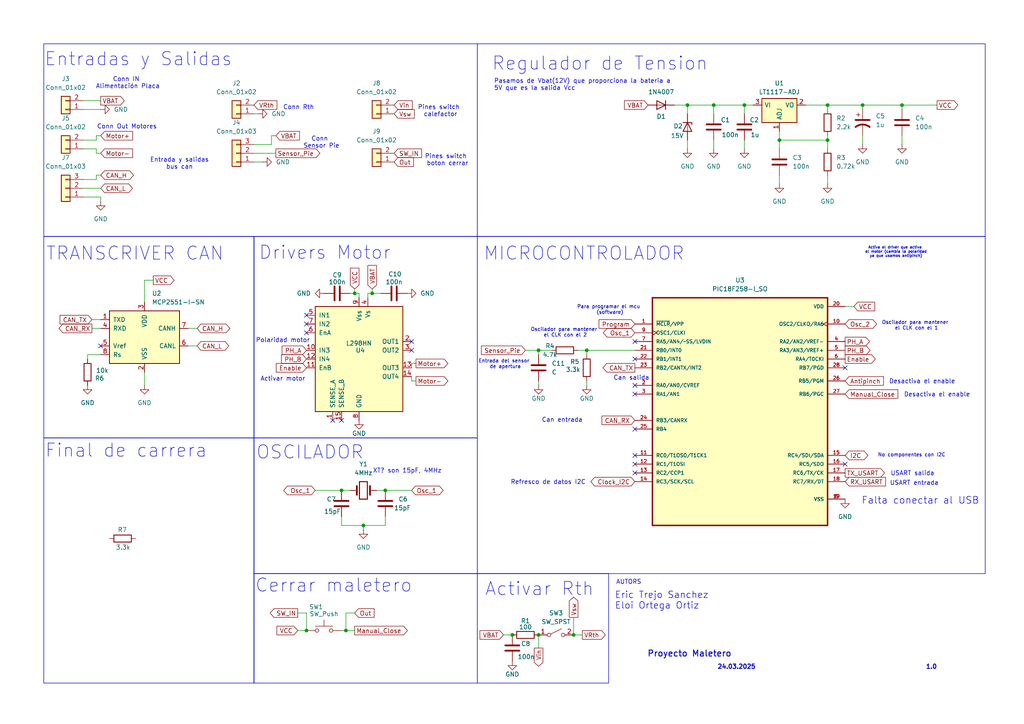
<source format=kicad_sch>
(kicad_sch (version 20250114) (generator "eeschema") (generator_version "9.0")
  (paper "A4")
  (lib_symbols
    (symbol "Connector_Generic:Conn_01x02" (pin_names (offset 1.016) (hide yes))
      (property "Reference" "J" (at 0 2.54 0))
      (property "Value" "Conn_01x02" (at 0 -5.08 0))
      (symbol "Conn_01x02_1_1"
        (rectangle (start -1.27 1.27) (end 1.27 -3.81) (stroke (width 0.254)) (fill (type background)))
        (rectangle (start -1.27 0.127) (end 0 -0.127) (stroke (width 0.1524)))
        (rectangle (start -1.27 -2.413) (end 0 -2.667) (stroke (width 0.1524)))
        (pin passive line (at -5.08 0 0) (length 3.81) (name "Pin_1") (number "1"))
        (pin passive line (at -5.08 -2.54 0) (length 3.81) (name "Pin_2") (number "2"))
      )
    )
    (symbol "Connector_Generic:Conn_01x03" (pin_names (offset 1.016) (hide yes))
      (property "Reference" "J" (at 0 5.08 0))
      (property "Value" "Conn_01x03" (at 0 -5.08 0))
      (symbol "Conn_01x03_1_1"
        (rectangle (start -1.27 3.81) (end 1.27 -3.81) (stroke (width 0.254)) (fill (type background)))
        (rectangle (start -1.27 2.667) (end 0 2.413) (stroke (width 0.1524)))
        (rectangle (start -1.27 0.127) (end 0 -0.127) (stroke (width 0.1524)))
        (rectangle (start -1.27 -2.413) (end 0 -2.667) (stroke (width 0.1524)))
        (pin passive line (at -5.08 2.54 0) (length 3.81) (name "Pin_1") (number "1"))
        (pin passive line (at -5.08 0 0) (length 3.81) (name "Pin_2") (number "2"))
        (pin passive line (at -5.08 -2.54 0) (length 3.81) (name "Pin_3") (number "3"))
      )
    )
    (symbol "Device:C" (pin_numbers (hide yes)) (pin_names (offset 0.254))
      (property "Reference" "C" (at 0.635 2.54 0))
      (property "Value" "C" (at 0.635 -2.54 0))
      (symbol "C_0_1"
        (polyline (pts (xy -2.032 0.762) (xy 2.032 0.762)) (stroke (width 0.508)))
        (polyline (pts (xy -2.032 -0.762) (xy 2.032 -0.762)) (stroke (width 0.508)))
      )
      (symbol "C_1_1"
        (pin passive line (at 0 3.81 270) (length 2.794) (name "~") (number "1"))
        (pin passive line (at 0 -3.81 90) (length 2.794) (name "~") (number "2"))
      )
    )
    (symbol "Device:C_Polarized_US" (pin_numbers (hide yes)) (pin_names (offset 0.254) (hide yes))
      (property "Reference" "C" (at 0.635 2.54 0))
      (property "Value" "C_Polarized_US" (at 0.635 -2.54 0))
      (symbol "C_Polarized_US_0_1"
        (polyline (pts (xy -2.032 0.762) (xy 2.032 0.762)) (stroke (width 0.508)))
        (polyline (pts (xy -1.778 2.286) (xy -0.762 2.286)))
        (polyline (pts (xy -1.27 1.778) (xy -1.27 2.794)))
        (arc (start -2.032 -1.27) (mid 0 -0.5572) (end 2.032 -1.27) (stroke (width 0.508)))
      )
      (symbol "C_Polarized_US_1_1"
        (pin passive line (at 0 3.81 270) (length 2.794) (name "~") (number "1"))
        (pin passive line (at 0 -3.81 90) (length 3.302) (name "~") (number "2"))
      )
    )
    (symbol "Device:Crystal" (pin_numbers (hide yes)) (pin_names (offset 1.016) (hide yes))
      (property "Reference" "Y" (at 0 3.81 0))
      (property "Value" "Crystal" (at 0 -3.81 0))
      (symbol "Crystal_0_1"
        (polyline (pts (xy -2.54 0) (xy -1.905 0)))
        (polyline (pts (xy -1.905 -1.27) (xy -1.905 1.27)) (stroke (width 0.508)))
        (rectangle (start -1.143 2.54) (end 1.143 -2.54) (stroke (width 0.3048)))
        (polyline (pts (xy 1.905 -1.27) (xy 1.905 1.27)) (stroke (width 0.508)))
        (polyline (pts (xy 2.54 0) (xy 1.905 0)))
      )
      (symbol "Crystal_1_1"
        (pin passive line (at -3.81 0 0) (length 1.27) (name "1") (number "1"))
        (pin passive line (at 3.81 0 180) (length 1.27) (name "2") (number "2"))
      )
    )
    (symbol "Device:D" (pin_numbers (hide yes)) (pin_names (offset 1.016) (hide yes))
      (property "Reference" "D" (at 0 2.54 0))
      (property "Value" "D" (at 0 -2.54 0))
      (symbol "D_0_1"
        (polyline (pts (xy -1.27 1.27) (xy -1.27 -1.27)) (stroke (width 0.254)))
        (polyline (pts (xy 1.27 1.27) (xy 1.27 -1.27) (xy -1.27 0) (xy 1.27 1.27)) (stroke (width 0.254)))
        (polyline (pts (xy 1.27 0) (xy -1.27 0)))
      )
      (symbol "D_1_1"
        (pin passive line (at -3.81 0 0) (length 2.54) (name "K") (number "1"))
        (pin passive line (at 3.81 0 180) (length 2.54) (name "A") (number "2"))
      )
    )
    (symbol "Device:D_Zener" (pin_numbers (hide yes)) (pin_names (offset 1.016) (hide yes))
      (property "Reference" "D" (at 0 2.54 0))
      (property "Value" "D_Zener" (at 0 -2.54 0))
      (symbol "D_Zener_0_1"
        (polyline (pts (xy -1.27 -1.27) (xy -1.27 1.27) (xy -0.762 1.27)) (stroke (width 0.254)))
        (polyline (pts (xy 1.27 0) (xy -1.27 0)))
        (polyline (pts (xy 1.27 -1.27) (xy 1.27 1.27) (xy -1.27 0) (xy 1.27 -1.27)) (stroke (width 0.254)))
      )
      (symbol "D_Zener_1_1"
        (pin passive line (at -3.81 0 0) (length 2.54) (name "K") (number "1"))
        (pin passive line (at 3.81 0 180) (length 2.54) (name "A") (number "2"))
      )
    )
    (symbol "Device:R" (pin_numbers (hide yes)) (pin_names (offset 0))
      (property "Reference" "R" (at 2.032 0 90))
      (property "Value" "R" (at 0 0 90))
      (symbol "R_0_1"
        (rectangle (start -1.016 -2.54) (end 1.016 2.54) (stroke (width 0.254)))
      )
      (symbol "R_1_1"
        (pin passive line (at 0 3.81 270) (length 1.27) (name "~") (number "1"))
        (pin passive line (at 0 -3.81 90) (length 1.27) (name "~") (number "2"))
      )
    )
    (symbol "Driver_Motor:L298HN" (pin_names (offset 1.016))
      (property "Reference" "U" (at -10.16 16.51 0))
      (property "Value" "L298HN" (at 12.7 16.51 0))
      (symbol "L298HN_0_1"
        (rectangle (start -12.7 15.24) (end 12.7 -15.24) (stroke (width 0.254)) (fill (type background)))
      )
      (symbol "L298HN_1_1"
        (pin input line (at -15.24 12.7 0) (length 2.54) (name "IN1") (number "5"))
        (pin input line (at -15.24 10.16 0) (length 2.54) (name "IN2") (number "7"))
        (pin input line (at -15.24 7.62 0) (length 2.54) (name "EnA") (number "6"))
        (pin input line (at -15.24 2.54 0) (length 2.54) (name "IN3") (number "10"))
        (pin input line (at -15.24 0 0) (length 2.54) (name "IN4") (number "12"))
        (pin input line (at -15.24 -2.54 0) (length 2.54) (name "EnB") (number "11"))
        (pin power_in line (at -7.62 -17.78 90) (length 2.54) (name "SENSE_A") (number "1"))
        (pin power_in line (at -5.08 -17.78 90) (length 2.54) (name "SENSE_B") (number "15"))
        (pin power_in line (at 0 17.78 270) (length 2.54) (name "Vss") (number "9"))
        (pin power_in line (at 0 -17.78 90) (length 2.54) (name "GND") (number "8"))
        (pin power_in line (at 2.54 17.78 270) (length 2.54) (name "Vs") (number "4"))
        (pin output line (at 15.24 5.08 180) (length 2.54) (name "OUT1") (number "2"))
        (pin output line (at 15.24 2.54 180) (length 2.54) (name "OUT2") (number "3"))
        (pin output line (at 15.24 -2.54 180) (length 2.54) (name "OUT3") (number "13"))
        (pin output line (at 15.24 -5.08 180) (length 2.54) (name "OUT4") (number "14"))
      )
    )
    (symbol "Interface_CAN_LIN:MCP2551-I-SN" (pin_names (offset 1.016))
      (property "Reference" "U" (at -10.16 8.89 0))
      (property "Value" "MCP2551-I-SN" (at 2.54 8.89 0))
      (symbol "MCP2551-I-SN_0_1"
        (rectangle (start -10.16 7.62) (end 10.16 -7.62) (stroke (width 0.254)) (fill (type background)))
      )
      (symbol "MCP2551-I-SN_1_1"
        (pin input line (at -12.7 5.08 0) (length 2.54) (name "TXD") (number "1"))
        (pin output line (at -12.7 2.54 0) (length 2.54) (name "RXD") (number "4"))
        (pin power_out line (at -12.7 -2.54 0) (length 2.54) (name "Vref") (number "5"))
        (pin input line (at -12.7 -5.08 0) (length 2.54) (name "Rs") (number "8"))
        (pin power_in line (at 0 10.16 270) (length 2.54) (name "VDD") (number "3"))
        (pin power_in line (at 0 -10.16 90) (length 2.54) (name "VSS") (number "2"))
        (pin bidirectional line (at 12.7 2.54 180) (length 2.54) (name "CANH") (number "7"))
        (pin bidirectional line (at 12.7 -2.54 180) (length 2.54) (name "CANL") (number "6"))
      )
    )
    (symbol "PIC18F258-I_SO:PIC18F258-I_SO" (pin_names (offset 1.016))
      (property "Reference" "U" (at -25.4 34.02 0))
      (property "Value" "PIC18F258-I_SO" (at -25.4 -37.02 0))
      (symbol "PIC18F258-I_SO_0_0"
        (rectangle (start -25.4 -33.02) (end 25.4 33.02) (stroke (width 0.41)) (fill (type background)))
        (pin input line (at -30.48 25.4 0) (length 5.08) (name "~{MCLR}/VPP") (number "1"))
        (pin input clock (at -30.48 22.86 0) (length 5.08) (name "OSC1/CLKI") (number "9"))
        (pin input line (at -30.48 20.32 0) (length 5.08) (name "RA5/AN4/~SS/LVDIN") (number "7"))
        (pin input line (at -30.48 17.78 0) (length 5.08) (name "RB0/INT0") (number "21"))
        (pin input line (at -30.48 15.24 0) (length 5.08) (name "RB1/INT1") (number "22"))
        (pin input line (at -30.48 12.7 0) (length 5.08) (name "RB2/CANTX/INT2") (number "23"))
        (pin bidirectional line (at -30.48 7.62 0) (length 5.08) (name "RA0/AN0/CVREF") (number "2"))
        (pin bidirectional line (at -30.48 5.08 0) (length 5.08) (name "RA1/AN1") (number "3"))
        (pin bidirectional line (at -30.48 -2.54 0) (length 5.08) (name "RB3/CANRX") (number "24"))
        (pin bidirectional line (at -30.48 -5.08 0) (length 5.08) (name "RB4") (number "25"))
        (pin bidirectional line (at -30.48 -12.7 0) (length 5.08) (name "RC0/T1OSO/T1CK1") (number "11"))
        (pin bidirectional line (at -30.48 -15.24 0) (length 5.08) (name "RC1/T1OSI") (number "12"))
        (pin bidirectional line (at -30.48 -17.78 0) (length 5.08) (name "RC2/CCP1") (number "13"))
        (pin bidirectional line (at -30.48 -20.32 0) (length 5.08) (name "RC3/SCK/SCL") (number "14"))
        (pin power_in line (at 30.48 30.48 180) (length 5.08) (name "VDD") (number "20"))
        (pin output clock (at 30.48 25.4 180) (length 5.08) (name "OSC2/CLKO/RA6") (number "10"))
        (pin bidirectional line (at 30.48 20.32 180) (length 5.08) (name "RA2/AN2/VREF-") (number "4"))
        (pin bidirectional line (at 30.48 17.78 180) (length 5.08) (name "RA3/AN3/VREF+") (number "5"))
        (pin bidirectional line (at 30.48 15.24 180) (length 5.08) (name "RA4/T0CKI") (number "6"))
        (pin bidirectional line (at 30.48 12.7 180) (length 5.08) (name "RB7/PGD") (number "28"))
        (pin bidirectional line (at 30.48 8.89 180) (length 5.08) (name "RB5/PGM") (number "26"))
        (pin bidirectional line (at 30.48 5.08 180) (length 5.08) (name "RB6/PGC") (number "27"))
        (pin bidirectional line (at 30.48 -12.7 180) (length 5.08) (name "RC4/SDI/SDA") (number "15"))
        (pin bidirectional line (at 30.48 -15.24 180) (length 5.08) (name "RC5/SDO") (number "16"))
        (pin bidirectional line (at 30.48 -17.78 180) (length 5.08) (name "RC6/TX/CK") (number "17"))
        (pin bidirectional line (at 30.48 -20.32 180) (length 5.08) (name "RC7/RX/DT") (number "18"))
        (pin power_in line (at 30.48 -25.4 180) (length 5.08) (name "VSS") (number "19"))
        (pin power_in line (at 30.48 -25.4 180) (length 5.08) (name "VSS") (number "8"))
      )
    )
    (symbol "Regulator_Linear:LT1117-ADJ" (pin_names (offset 0.762))
      (property "Reference" "U" (at -3.81 3.175 0))
      (property "Value" "LT1117-ADJ" (at 0 3.175 0))
      (symbol "LT1117-ADJ_0_1"
        (rectangle (start -5.08 -5.08) (end 5.08 1.905) (stroke (width 0.254)) (fill (type background)))
      )
      (symbol "LT1117-ADJ_1_1"
        (pin power_in line (at -7.62 0 0) (length 2.54) (name "VI") (number "3"))
        (pin input line (at 0 -7.62 90) (length 2.54) (name "ADJ") (number "1"))
        (pin power_out line (at 7.62 0 180) (length 2.54) (name "VO") (number "2"))
      )
    )
    (symbol "Switch:SW_Push" (pin_numbers (hide yes)) (pin_names (offset 1.016) (hide yes))
      (property "Reference" "SW" (at 1.27 2.54 0))
      (property "Value" "SW_Push" (at 0 -1.524 0))
      (symbol "SW_Push_0_1"
        (circle (center -2.032 0) (radius 0.508))
        (polyline (pts (xy 0 1.27) (xy 0 3.048)))
        (circle (center 2.032 0) (radius 0.508))
        (polyline (pts (xy 2.54 1.27) (xy -2.54 1.27)))
        (pin passive line (at -5.08 0 0) (length 2.54) (name "1") (number "1"))
        (pin passive line (at 5.08 0 180) (length 2.54) (name "2") (number "2"))
      )
    )
    (symbol "Switch:SW_SPST" (pin_names (offset 0) (hide yes))
      (property "Reference" "SW" (at 0 3.175 0))
      (property "Value" "SW_SPST" (at 0 -2.54 0))
      (symbol "SW_SPST_0_0"
        (circle (center -2.032 0) (radius 0.508))
        (polyline (pts (xy -1.524 0.254) (xy 1.524 1.778)))
        (circle (center 2.032 0) (radius 0.508))
      )
      (symbol "SW_SPST_1_1"
        (pin passive line (at -5.08 0 0) (length 2.54) (name "A") (number "1"))
        (pin passive line (at 5.08 0 180) (length 2.54) (name "B") (number "2"))
      )
    )
    (symbol "power:GND" (power) (pin_numbers (hide yes)) (pin_names (offset 0) (hide yes))
      (property "Value" "GND" (at 0 -3.81 0))
      (symbol "GND_0_1"
        (polyline (pts (xy 0 0) (xy 0 -1.27) (xy 1.27 -1.27) (xy 0 -2.54) (xy -1.27 -1.27) (xy 0 -1.27)))
      )
      (symbol "GND_1_1"
        (pin power_in line (at 0 0 270) (length 0) (name "~") (number "1"))
      )
    )
  )
  (rectangle (start 73.66 127) (end 138.43 166.37))
  (rectangle (start 138.43 166.37) (end 176.53 198.12))
  (rectangle (start 138.43 68.58) (end 285.75 166.37))
  (rectangle (start 12.7 68.58) (end 73.66 127))
  (rectangle (start 12.7 127) (end 73.66 198.12))
  (rectangle (start 73.66 166.37) (end 138.43 198.12))
  (rectangle (start 138.43 12.7) (end 285.75 68.58))
  (rectangle (start 12.7 12.7) (end 138.43 68.58))
  (rectangle (start 73.66 68.58) (end 138.43 127))
  (text "Pines switch \ncalefactor" (at 127.762 32.258 0) (effects (font (size 1.27 1.27))))
  (text "Desactiva el enable" (at 271.78 114.554 0) (effects (font (size 1.27 1.27))))
  (text "Activar Rth" (at 156.464 170.942 0) (effects (font (size 3.81 3.81))))
  (text "Activar motor" (at 82.042 109.982 0) (effects (font (size 1.27 1.27))))
  (text "Cerrar maletero" (at 96.774 169.926 0) (effects (font (size 3.81 3.81))))
  (text "USART salida" (at 264.668 137.414 0) (effects (font (size 1.27 1.27))))
  (text "Refresco de datos I2C" (at 159.004 139.954 0) (effects (font (size 1.27 1.27))))
  (text "Conn Rth" (at 86.614 31.242 0) (effects (font (size 1.27 1.27))))
  (text "Para programar el mcu\n (software)" (at 176.53 89.916 0) (effects (font (size 1.016 1.016))))
  (text "USART entrada" (at 265.176 140.208 0) (effects (font (size 1.27 1.27))))
  (text "Eric Trejo Sanchez\nEloi Ortega Ortiz" (at 178.308 174.244 0) (effects (font (size 1.905 1.905)) (justify left)))
  (text "Regulador de Tension" (at 173.99 18.542 0) (effects (font (size 3.81 3.81))))
  (text "Pasamos de Vbat(12V) que proporciona la bateria a \n5V que es la salida Vcc" (at 143.256 24.638 0) (effects (font (size 1.27 1.27)) (justify left)))
  (text "Entradas y Salidas" (at 40.132 17.272 0) (effects (font (size 3.81 3.81))))
  (text "Desactiva el enable" (at 267.462 110.744 0) (effects (font (size 1.27 1.27))))
  (text "1.0\n" (at 268.478 193.548 0) (effects (font (size 1.27 1.27) (thickness 0.254) (bold yes)) (justify left)))
  (text "MICROCONTROLADOR" (at 169.418 73.66 0) (effects (font (size 3.81 3.81))))
  (text "TRANSCRIVER CAN" (at 39.116 73.66 0) (effects (font (size 3.81 3.81))))
  (text "XT? son 15pF, 4MHz\n" (at 118.11 136.652 0) (effects (font (size 1.27 1.27))))
  (text "Oscilador para mantener\n el CLK con el 1" (at 265.43 94.488 0) (effects (font (size 1.016 1.016))))
  (text "Entrada del sensor \nde apertura" (at 146.558 105.664 0) (effects (font (size 1.016 1.016))))
  (text "Can salida\n" (at 183.134 109.728 0) (effects (font (size 1.27 1.27))))
  (text "Conn Out Motores\n" (at 36.83 36.83 0) (effects (font (size 1.27 1.27))))
  (text "OSCILADOR" (at 89.916 131.318 0) (effects (font (size 3.81 3.81))))
  (text "Proyecto Maletero" (at 187.706 189.738 0) (effects (font (size 1.778 1.778) (thickness 0.254) (bold yes)) (justify left)))
  (text "Can entrada" (at 163.068 121.92 0) (effects (font (size 1.27 1.27))))
  (text "AUTORS" (at 182.372 168.91 0) (effects (font (size 1.27 1.27))))
  (text "24.03.2025" (at 208.026 193.548 0) (effects (font (size 1.27 1.27) (thickness 0.254) (bold yes)) (justify left)))
  (text "Final de carrera\n" (at 36.576 130.81 0) (effects (font (size 3.81 3.81))))
  (text "Oscilador para mantener\n el CLK con el 2" (at 163.576 96.52 0) (effects (font (size 1.016 1.016))))
  (text "Falta conectar al USB\n" (at 266.954 145.288 0) (effects (font (size 2.0066 2.0066))))
  (text "Polaridad motor" (at 82.042 98.806 0) (effects (font (size 1.27 1.27))))
  (text "Conn IN \nAlimentación Placa" (at 37.084 24.13 0) (effects (font (size 1.27 1.27))))
  (text "Drivers Motor" (at 94.234 73.406 0) (effects (font (size 3.81 3.81))))
  (text "No componentes con I2C" (at 264.414 132.08 0) (effects (font (size 1.016 1.016))))
  (text "Entrada y salidas\nbus can" (at 52.07 47.498 0) (effects (font (size 1.27 1.27))))
  (text "Pines switch \nboton cerrar" (at 129.794 46.482 0) (effects (font (size 1.27 1.27))))
  (text "Conn \nSensor Pie\n\n" (at 93.218 42.418 0) (effects (font (size 1.27 1.27))))
  (text "Activa el driver que activa\n el motor (cambia la polaridad\n ya que usamos antipinch)\n" (at 259.588 73.152 0) (effects (font (size 0.762 0.762))))
  (junction (at 215.9 30.48))
  (junction (at 100.33 182.88))
  (junction (at 148.59 184.15))
  (junction (at 88.9 182.88))
  (junction (at 170.18 101.6))
  (junction (at 207.01 30.48))
  (junction (at 226.06 40.64))
  (junction (at 250.19 30.48))
  (junction (at 105.41 152.4))
  (junction (at 261.62 30.48))
  (junction (at 199.39 30.48))
  (junction (at 166.37 184.15))
  (junction (at 102.87 85.09))
  (junction (at 156.21 184.15))
  (junction (at 111.76 142.24))
  (junction (at 156.21 101.6))
  (junction (at 240.03 40.64))
  (junction (at 240.03 30.48))
  (junction (at 107.95 85.09))
  (junction (at 99.06 142.24))
  (no_connect (at 184.15 124.46))
  (no_connect (at 119.38 99.06))
  (no_connect (at 119.38 101.6))
  (no_connect (at 29.21 100.33))
  (no_connect (at 184.15 111.76))
  (no_connect (at 184.15 104.14))
  (no_connect (at 96.52 121.92))
  (no_connect (at 88.9 91.44))
  (no_connect (at 88.9 96.52))
  (no_connect (at 88.9 93.98))
  (no_connect (at 245.11 134.62))
  (no_connect (at 184.15 134.62))
  (no_connect (at 184.15 114.3))
  (no_connect (at 99.06 121.92))
  (no_connect (at 184.15 132.08))
  (no_connect (at 184.15 99.06))
  (no_connect (at 245.11 106.68))
  (no_connect (at 184.15 137.16))
  (wire (pts (xy 166.37 184.15) (xy 166.37 179.07)))
  (wire (pts (xy 199.39 30.48) (xy 207.01 30.48)))
  (wire (pts (xy 215.9 40.64) (xy 215.9 43.18)))
  (wire (pts (xy 78.74 41.91) (xy 73.66 41.91)))
  (wire (pts (xy 226.06 40.64) (xy 226.06 43.18)))
  (wire (pts (xy 102.87 85.09) (xy 104.14 85.09)))
  (wire (pts (xy 166.37 184.15) (xy 168.91 184.15)))
  (wire (pts (xy 119.38 105.41) (xy 120.65 105.41)))
  (wire (pts (xy 207.01 40.64) (xy 207.01 43.18)))
  (wire (pts (xy 250.19 30.48) (xy 261.62 30.48)))
  (wire (pts (xy 233.68 30.48) (xy 240.03 30.48)))
  (wire (pts (xy 261.62 30.48) (xy 271.78 30.48)))
  (wire (pts (xy 54.61 100.33) (xy 57.15 100.33)))
  (wire (pts (xy 78.74 39.37) (xy 80.01 39.37)))
  (wire (pts (xy 119.38 110.49) (xy 120.65 110.49)))
  (wire (pts (xy 29.21 57.15) (xy 29.21 58.42)))
  (wire (pts (xy 156.21 111.76) (xy 156.21 110.49)))
  (wire (pts (xy 25.4 102.87) (xy 29.21 102.87)))
  (wire (pts (xy 26.67 92.71) (xy 29.21 92.71)))
  (wire (pts (xy 119.38 109.22) (xy 119.38 110.49)))
  (wire (pts (xy 100.33 182.88) (xy 102.87 182.88)))
  (wire (pts (xy 101.6 85.09) (xy 102.87 85.09)))
  (wire (pts (xy 25.4 104.14) (xy 25.4 102.87)))
  (wire (pts (xy 156.21 101.6) (xy 156.21 102.87)))
  (wire (pts (xy 250.19 30.48) (xy 250.19 31.75)))
  (wire (pts (xy 250.19 39.37) (xy 250.19 41.91)))
  (wire (pts (xy 226.06 50.8) (xy 226.06 53.34)))
  (wire (pts (xy 207.01 30.48) (xy 207.01 33.02)))
  (wire (pts (xy 24.13 43.18) (xy 27.94 43.18)))
  (wire (pts (xy 199.39 30.48) (xy 199.39 33.02)))
  (wire (pts (xy 152.4 101.6) (xy 156.21 101.6)))
  (wire (pts (xy 27.94 44.45) (xy 29.21 44.45)))
  (wire (pts (xy 26.67 95.25) (xy 29.21 95.25)))
  (wire (pts (xy 106.68 85.09) (xy 106.68 86.36)))
  (wire (pts (xy 102.87 177.8) (xy 100.33 177.8)))
  (wire (pts (xy 74.93 33.02) (xy 73.66 33.02)))
  (wire (pts (xy 88.9 182.88) (xy 86.36 182.88)))
  (wire (pts (xy 91.44 142.24) (xy 99.06 142.24)))
  (wire (pts (xy 24.13 52.07) (xy 27.94 52.07)))
  (wire (pts (xy 24.13 29.21) (xy 29.21 29.21)))
  (wire (pts (xy 156.21 187.96) (xy 156.21 184.15)))
  (wire (pts (xy 99.06 152.4) (xy 99.06 149.86)))
  (wire (pts (xy 240.03 39.37) (xy 240.03 40.64)))
  (wire (pts (xy 170.18 101.6) (xy 184.15 101.6)))
  (wire (pts (xy 107.95 85.09) (xy 110.49 85.09)))
  (wire (pts (xy 170.18 110.49) (xy 170.18 111.76)))
  (wire (pts (xy 215.9 30.48) (xy 218.44 30.48)))
  (wire (pts (xy 170.18 101.6) (xy 167.64 101.6)))
  (wire (pts (xy 105.41 152.4) (xy 105.41 153.67)))
  (wire (pts (xy 27.94 50.8) (xy 29.21 50.8)))
  (wire (pts (xy 156.21 101.6) (xy 160.02 101.6)))
  (wire (pts (xy 261.62 39.37) (xy 261.62 41.91)))
  (wire (pts (xy 104.14 85.09) (xy 104.14 86.36)))
  (wire (pts (xy 207.01 30.48) (xy 215.9 30.48)))
  (wire (pts (xy 109.22 142.24) (xy 111.76 142.24)))
  (wire (pts (xy 27.94 52.07) (xy 27.94 50.8)))
  (wire (pts (xy 102.87 83.82) (xy 102.87 85.09)))
  (wire (pts (xy 99.06 182.88) (xy 100.33 182.88)))
  (wire (pts (xy 41.91 81.28) (xy 41.91 87.63)))
  (wire (pts (xy 240.03 50.8) (xy 240.03 53.34)))
  (wire (pts (xy 226.06 40.64) (xy 240.03 40.64)))
  (wire (pts (xy 78.74 39.37) (xy 78.74 41.91)))
  (wire (pts (xy 73.66 44.45) (xy 80.01 44.45)))
  (wire (pts (xy 195.58 30.48) (xy 199.39 30.48)))
  (wire (pts (xy 24.13 40.64) (xy 27.94 40.64)))
  (wire (pts (xy 100.33 177.8) (xy 100.33 182.88)))
  (wire (pts (xy 111.76 149.86) (xy 111.76 152.4)))
  (wire (pts (xy 54.61 95.25) (xy 57.15 95.25)))
  (wire (pts (xy 247.65 88.9) (xy 245.11 88.9)))
  (wire (pts (xy 240.03 40.64) (xy 240.03 43.18)))
  (wire (pts (xy 24.13 31.75) (xy 29.21 31.75)))
  (wire (pts (xy 44.45 81.28) (xy 41.91 81.28)))
  (wire (pts (xy 99.06 152.4) (xy 105.41 152.4)))
  (wire (pts (xy 24.13 54.61) (xy 29.21 54.61)))
  (wire (pts (xy 88.9 177.8) (xy 86.36 177.8)))
  (wire (pts (xy 73.66 46.99) (xy 76.2 46.99)))
  (wire (pts (xy 215.9 30.48) (xy 215.9 33.02)))
  (wire (pts (xy 119.38 106.68) (xy 119.38 105.41)))
  (wire (pts (xy 27.94 39.37) (xy 29.21 39.37)))
  (wire (pts (xy 41.91 111.76) (xy 41.91 107.95)))
  (wire (pts (xy 27.94 40.64) (xy 27.94 39.37)))
  (wire (pts (xy 240.03 30.48) (xy 240.03 31.75)))
  (wire (pts (xy 170.18 101.6) (xy 170.18 102.87)))
  (wire (pts (xy 24.13 57.15) (xy 29.21 57.15)))
  (wire (pts (xy 107.95 83.82) (xy 107.95 85.09)))
  (wire (pts (xy 240.03 30.48) (xy 250.19 30.48)))
  (wire (pts (xy 261.62 30.48) (xy 261.62 31.75)))
  (wire (pts (xy 106.68 85.09) (xy 107.95 85.09)))
  (wire (pts (xy 88.9 182.88) (xy 88.9 177.8)))
  (wire (pts (xy 105.41 152.4) (xy 111.76 152.4)))
  (wire (pts (xy 99.06 142.24) (xy 101.6 142.24)))
  (wire (pts (xy 146.05 184.15) (xy 148.59 184.15)))
  (wire (pts (xy 199.39 40.64) (xy 199.39 43.18)))
  (wire (pts (xy 27.94 43.18) (xy 27.94 44.45)))
  (wire (pts (xy 226.06 38.1) (xy 226.06 40.64)))
  (wire (pts (xy 111.76 142.24) (xy 119.38 142.24)))
  (global_label "SW_IN" (shape input) (at 114.3 44.45 0) (property "Intersheetrefs" "${INTERSHEET_REFS}" (effects (hide yes))))
  (global_label "CAN_RX" (shape input) (at 184.15 121.92 180) (property "Intersheetrefs" "${INTERSHEET_REFS}" (effects (hide yes))))
  (global_label "VRth" (shape input) (at 73.66 30.48 0) (property "Intersheetrefs" "${INTERSHEET_REFS}" (effects (hide yes))))
  (global_label "VBAT" (shape input) (at 107.95 83.82 90) (property "Intersheetrefs" "${INTERSHEET_REFS}" (effects (hide yes))))
  (global_label "VCC" (shape input) (at 247.65 88.9 0) (property "Intersheetrefs" "${INTERSHEET_REFS}" (effects (hide yes))))
  (global_label "Motor+" (shape input) (at 29.21 39.37 0) (property "Intersheetrefs" "${INTERSHEET_REFS}" (effects (hide yes))))
  (global_label "Osc_1" (shape bidirectional) (at 119.38 142.24 0) (property "Intersheetrefs" "${INTERSHEET_REFS}" (effects (hide yes))))
  (global_label "Motor+" (shape output) (at 120.65 105.41 0) (property "Intersheetrefs" "${INTERSHEET_REFS}" (effects (hide yes))))
  (global_label "RX_USART" (shape input) (at 245.11 139.7 0) (property "Intersheetrefs" "${INTERSHEET_REFS}" (effects (hide yes))))
  (global_label "VBAT" (shape input) (at 187.96 30.48 180) (property "Intersheetrefs" "${INTERSHEET_REFS}" (effects (hide yes))))
  (global_label "VCC" (shape input) (at 102.87 83.82 90) (property "Intersheetrefs" "${INTERSHEET_REFS}" (effects (hide yes))))
  (global_label "Enable" (shape output) (at 245.11 104.14 0) (property "Intersheetrefs" "${INTERSHEET_REFS}" (effects (hide yes))))
  (global_label "Enable" (shape input) (at 88.9 106.68 180) (property "Intersheetrefs" "${INTERSHEET_REFS}" (effects (hide yes))))
  (global_label "Vin" (shape output) (at 156.21 187.96 270) (property "Intersheetrefs" "${INTERSHEET_REFS}" (effects (hide yes))))
  (global_label "Osc_1" (shape bidirectional) (at 91.44 142.24 180) (property "Intersheetrefs" "${INTERSHEET_REFS}" (effects (hide yes))))
  (global_label "Sensor_Pie" (shape output) (at 80.01 44.45 0) (property "Intersheetrefs" "${INTERSHEET_REFS}" (effects (hide yes))))
  (global_label "Out" (shape input) (at 102.87 177.8 0) (property "Intersheetrefs" "${INTERSHEET_REFS}" (effects (hide yes))))
  (global_label "Manual_Close" (shape input) (at 245.11 114.3 0) (property "Intersheetrefs" "${INTERSHEET_REFS}" (effects (hide yes))))
  (global_label "VBAT" (shape input) (at 80.01 39.37 0) (property "Intersheetrefs" "${INTERSHEET_REFS}" (effects (hide yes))))
  (global_label "CAN_TX" (shape input) (at 26.67 92.71 180) (property "Intersheetrefs" "${INTERSHEET_REFS}" (effects (hide yes))))
  (global_label "CAN_TX" (shape output) (at 184.15 106.68 180) (property "Intersheetrefs" "${INTERSHEET_REFS}" (effects (hide yes))))
  (global_label "VBAT" (shape input) (at 146.05 184.15 180) (property "Intersheetrefs" "${INTERSHEET_REFS}" (effects (hide yes))))
  (global_label "Osc_1" (shape bidirectional) (at 184.15 96.52 180) (property "Intersheetrefs" "${INTERSHEET_REFS}" (effects (hide yes))))
  (global_label "VBAT" (shape output) (at 29.21 29.21 0) (property "Intersheetrefs" "${INTERSHEET_REFS}" (effects (hide yes))))
  (global_label "Out" (shape input) (at 114.3 46.99 0) (property "Intersheetrefs" "${INTERSHEET_REFS}" (effects (hide yes))))
  (global_label "PH_B" (shape input) (at 88.9 104.14 180) (property "Intersheetrefs" "${INTERSHEET_REFS}" (effects (hide yes))))
  (global_label "Vsw" (shape input) (at 114.3 33.02 0) (property "Intersheetrefs" "${INTERSHEET_REFS}" (effects (hide yes))))
  (global_label "Antipinch" (shape input) (at 245.11 110.49 0) (property "Intersheetrefs" "${INTERSHEET_REFS}" (effects (hide yes))))
  (global_label "VCC" (shape output) (at 44.45 81.28 0) (property "Intersheetrefs" "${INTERSHEET_REFS}" (effects (hide yes))))
  (global_label "Vin" (shape input) (at 114.3 30.48 0) (property "Intersheetrefs" "${INTERSHEET_REFS}" (effects (hide yes))))
  (global_label "VCC" (shape output) (at 271.78 30.48 0) (property "Intersheetrefs" "${INTERSHEET_REFS}" (effects (hide yes))))
  (global_label "PH_A" (shape input) (at 88.9 101.6 180) (property "Intersheetrefs" "${INTERSHEET_REFS}" (effects (hide yes))))
  (global_label "PH_B" (shape output) (at 245.11 101.6 0) (property "Intersheetrefs" "${INTERSHEET_REFS}" (effects (hide yes))))
  (global_label "PH_A" (shape output) (at 245.11 99.06 0) (property "Intersheetrefs" "${INTERSHEET_REFS}" (effects (hide yes))))
  (global_label "TX_USART" (shape output) (at 245.11 137.16 0) (property "Intersheetrefs" "${INTERSHEET_REFS}" (effects (hide yes))))
  (global_label "Motor-" (shape output) (at 120.65 110.49 0) (property "Intersheetrefs" "${INTERSHEET_REFS}" (effects (hide yes))))
  (global_label "SW_IN" (shape output) (at 86.36 177.8 180) (property "Intersheetrefs" "${INTERSHEET_REFS}" (effects (hide yes))))
  (global_label "CAN_L" (shape bidirectional) (at 57.15 100.33 0) (property "Intersheetrefs" "${INTERSHEET_REFS}" (effects (hide yes))))
  (global_label "CAN_H" (shape bidirectional) (at 57.15 95.25 0) (property "Intersheetrefs" "${INTERSHEET_REFS}" (effects (hide yes))))
  (global_label "Program" (shape input) (at 184.15 93.98 180) (property "Intersheetrefs" "${INTERSHEET_REFS}" (effects (hide yes))))
  (global_label "CAN_L" (shape bidirectional) (at 29.21 54.61 0) (property "Intersheetrefs" "${INTERSHEET_REFS}" (effects (hide yes))))
  (global_label "VRth" (shape output) (at 168.91 184.15 0) (property "Intersheetrefs" "${INTERSHEET_REFS}" (effects (hide yes))))
  (global_label "VCC" (shape input) (at 86.36 182.88 180) (property "Intersheetrefs" "${INTERSHEET_REFS}" (effects (hide yes))))
  (global_label "Osc_2" (shape bidirectional) (at 245.11 93.98 0) (property "Intersheetrefs" "${INTERSHEET_REFS}" (effects (hide yes))))
  (global_label "Vsw" (shape output) (at 166.37 179.07 90) (property "Intersheetrefs" "${INTERSHEET_REFS}" (effects (hide yes))))
  (global_label "CAN_RX" (shape output) (at 26.67 95.25 180) (property "Intersheetrefs" "${INTERSHEET_REFS}" (effects (hide yes))))
  (global_label "Clock_I2C" (shape bidirectional) (at 184.15 139.7 180) (property "Intersheetrefs" "${INTERSHEET_REFS}" (effects (hide yes))))
  (global_label "Manual_Close" (shape output) (at 102.87 182.88 0) (property "Intersheetrefs" "${INTERSHEET_REFS}" (effects (hide yes))))
  (global_label "CAN_H" (shape bidirectional) (at 29.21 50.8 0) (property "Intersheetrefs" "${INTERSHEET_REFS}" (effects (hide yes))))
  (global_label "Sensor_Pie" (shape input) (at 152.4 101.6 180) (property "Intersheetrefs" "${INTERSHEET_REFS}" (effects (hide yes))))
  (global_label "I2C" (shape bidirectional) (at 245.11 132.08 0) (property "Intersheetrefs" "${INTERSHEET_REFS}" (effects (hide yes))))
  (global_label "Motor-" (shape input) (at 29.21 44.45 0) (property "Intersheetrefs" "${INTERSHEET_REFS}" (effects (hide yes))))
  (symbol (lib_id "Connector_Generic:Conn_01x03") (at 68.58 44.45 180) (unit 1)
    (property "Reference" "J4" (at 68.58 35.56 0))
    (property "Value" "Conn_01x03" (at 68.58 38.1 0))
    (property "Description" "Generic connector, single row, 01x03, script generated (kicad-library-utils/schlib/autogen/connector/)" (effects (hide yes)))
  )
  (symbol (lib_id "power:GND") (at 29.21 31.75 90) (unit 1)
    (property "Reference" "#PWR01" (effects (hide yes)))
    (property "Value" "GND" (at 33.02 31.7499 90) (effects (justify right)))
    (property "Description" "Power symbol creates a global label with name \"GND\" , ground" (effects (hide yes)))
  )
  (symbol (lib_id "power:GND") (at 245.11 144.78 0) (unit 1)
    (property "Reference" "#PWR015" (effects (hide yes)))
    (property "Value" "GND" (at 245.11 149.86 0))
    (property "Description" "Power symbol creates a global label with name \"GND\" , ground" (effects (hide yes)))
  )
  (symbol (lib_id "Interface_CAN_LIN:MCP2551-I-SN") (at 41.91 97.79 0) (unit 1)
    (property "Reference" "U2" (at 44.0533 85.09 0) (effects (justify left)))
    (property "Value" "MCP2551-I-SN" (at 44.0533 87.63 0) (effects (justify left)))
    (property "Footprint" "Package_SO:SOIC-8_3.9x4.9mm_P1.27mm" (effects (hide yes)))
    (property "Datasheet" "http://ww1.microchip.com/downloads/en/devicedoc/21667d.pdf" (effects (hide yes)))
    (property "Description" "High-Speed CAN Transceiver, 1Mbps, 5V supply, SOIC-8" (effects (hide yes)))
  )
  (symbol (lib_id "power:GND") (at 226.06 53.34 0) (unit 1)
    (property "Reference" "#PWR010" (effects (hide yes)))
    (property "Value" "GND" (at 226.06 58.42 0))
    (property "Description" "Power symbol creates a global label with name \"GND\" , ground" (effects (hide yes)))
  )
  (symbol (lib_id "Connector_Generic:Conn_01x02") (at 109.22 33.02 180) (unit 1)
    (property "Reference" "J8" (at 109.22 24.13 0))
    (property "Value" "Conn_01x02" (at 109.22 26.67 0))
    (property "Description" "Generic connector, single row, 01x02, script generated (kicad-library-utils/schlib/autogen/connector/)" (effects (hide yes)))
  )
  (symbol (lib_id "Regulator_Linear:LT1117-ADJ") (at 226.06 30.48 0) (unit 1)
    (property "Reference" "U1" (at 226.06 24.13 0))
    (property "Value" "LT1117-ADJ" (at 226.06 26.67 0))
    (property "Datasheet" "https://www.analog.com/media/en/technical-documentation/data-sheets/1117fd.pdf" (effects (hide yes)))
    (property "Description" "800mA Low-Dropout Linear Regulator, adjustable output, SOT-223/TO-263" (effects (hide yes)))
  )
  (symbol (lib_id "Connector_Generic:Conn_01x02") (at 19.05 43.18 180) (unit 1)
    (property "Reference" "J5" (at 19.05 34.29 0))
    (property "Value" "Conn_01x02" (at 19.05 36.83 0))
    (property "Footprint" "TerminalBlock_Phoenix:TerminalBlock_Phoenix_MKDS-1,5-2-5.08_1x02_P5.08mm_Horizontal" (effects (hide yes)))
    (property "Description" "Generic connector, single row, 01x02, script generated (kicad-library-utils/schlib/autogen/connector/)" (effects (hide yes)))
  )
  (symbol (lib_id "Device:Crystal") (at 105.41 142.24 0) (unit 1)
    (property "Reference" "Y1" (at 105.41 134.62 0))
    (property "Value" "4MHz" (at 105.41 137.16 0))
    (property "Description" "Two pin crystal" (effects (hide yes)))
  )
  (symbol (lib_id "power:GND") (at 105.41 153.67 0) (unit 1)
    (property "Reference" "#PWR05" (effects (hide yes)))
    (property "Value" "GND" (at 105.41 158.75 0))
    (property "Description" "Power symbol creates a global label with name \"GND\" , ground" (effects (hide yes)))
  )
  (symbol (lib_id "Connector_Generic:Conn_01x02") (at 19.05 31.75 180) (unit 1)
    (property "Reference" "J3" (at 19.05 22.86 0))
    (property "Value" "Conn_01x02" (at 19.05 25.4 0))
    (property "Footprint" "TerminalBlock_Phoenix:TerminalBlock_Phoenix_MKDS-1,5-2-5.08_1x02_P5.08mm_Horizontal" (effects (hide yes)))
    (property "Description" "Generic connector, single row, 01x02, script generated (kicad-library-utils/schlib/autogen/connector/)" (effects (hide yes)))
  )
  (symbol (lib_id "Device:C") (at 111.76 146.05 0) (unit 1)
    (property "Reference" "C6" (at 115.57 144.7799 0) (effects (justify left)))
    (property "Value" "15pF" (at 114.3 147.32 0) (effects (justify left)))
    (property "Description" "Unpolarized capacitor" (effects (hide yes)))
  )
  (symbol (lib_id "power:GND") (at 156.21 111.76 0) (unit 1)
    (property "Reference" "#PWR019" (effects (hide yes)))
    (property "Value" "GND" (at 156.21 115.57 0))
    (property "Description" "Power symbol creates a global label with name \"GND\" , ground" (effects (hide yes)))
  )
  (symbol (lib_id "Device:C_Polarized_US") (at 250.19 35.56 0) (unit 1)
    (property "Reference" "C5" (at 254 33.6549 0) (effects (justify left)))
    (property "Value" "1u" (at 254 36.1949 0) (effects (justify left)))
    (property "Description" "Polarized capacitor, US symbol" (effects (hide yes)))
  )
  (symbol (lib_id "Device:R") (at 240.03 35.56 0) (unit 1)
    (property "Reference" "R2" (at 242.57 34.2899 0) (effects (justify left)))
    (property "Value" "2.2k" (at 242.57 36.8299 0) (effects (justify left)))
    (property "Description" "Resistor" (effects (hide yes)))
  )
  (symbol (lib_id "Device:R") (at 35.56 156.21 90) (unit 1)
    (property "Reference" "R7" (at 36.83 153.67 90) (effects (justify left)))
    (property "Value" "3.3k" (at 37.846 158.75 90) (effects (justify left)))
    (property "Description" "Resistor" (effects (hide yes)))
  )
  (symbol (lib_id "Device:C") (at 99.06 146.05 0) (unit 1)
    (property "Reference" "C7" (at 94.742 144.78 0) (effects (justify left)))
    (property "Value" "15pF" (at 93.98 148.336 0) (effects (justify left)))
    (property "Description" "Unpolarized capacitor" (effects (hide yes)))
  )
  (symbol (lib_id "power:GND") (at 29.21 58.42 0) (unit 1)
    (property "Reference" "#PWR04" (effects (hide yes)))
    (property "Value" "GND" (at 29.21 63.5 0))
    (property "Description" "Power symbol creates a global label with name \"GND\" , ground" (effects (hide yes)))
  )
  (symbol (lib_id "power:GND") (at 199.39 43.18 0) (unit 1)
    (property "Reference" "#PWR07" (effects (hide yes)))
    (property "Value" "GND" (at 199.39 48.26 0))
    (property "Description" "Power symbol creates a global label with name \"GND\" , ground" (effects (hide yes)))
  )
  (symbol (lib_id "power:GND") (at 261.62 41.91 0) (unit 1)
    (property "Reference" "#PWR013" (effects (hide yes)))
    (property "Value" "GND" (at 261.62 46.99 0))
    (property "Description" "Power symbol creates a global label with name \"GND\" , ground" (effects (hide yes)))
  )
  (symbol (lib_id "Device:D") (at 191.77 30.48 180) (unit 1)
    (property "Reference" "D1" (at 191.77 33.782 0))
    (property "Value" "1N4007" (at 191.77 26.67 0))
    (property "Description" "Diode" (effects (hide yes)))
    (property "Sim.Device" "D" (effects (hide yes)))
    (property "Sim.Pins" "1=K 2=A" (effects (hide yes)))
  )
  (symbol (lib_id "power:GND") (at 207.01 43.18 0) (unit 1)
    (property "Reference" "#PWR08" (effects (hide yes)))
    (property "Value" "GND" (at 207.01 48.26 0))
    (property "Description" "Power symbol creates a global label with name \"GND\" , ground" (effects (hide yes)))
  )
  (symbol (lib_id "Connector_Generic:Conn_01x02") (at 109.22 46.99 180) (unit 1)
    (property "Reference" "J9" (at 109.22 38.1 0))
    (property "Value" "Conn_01x02" (at 109.22 40.64 0))
    (property "Description" "Generic connector, single row, 01x02, script generated (kicad-library-utils/schlib/autogen/connector/)" (effects (hide yes)))
  )
  (symbol (lib_id "Connector_Generic:Conn_01x02") (at 68.58 33.02 180) (unit 1)
    (property "Reference" "J2" (at 68.58 24.13 0))
    (property "Value" "Conn_01x02" (at 68.58 26.67 0))
    (property "Description" "Generic connector, single row, 01x02, script generated (kicad-library-utils/schlib/autogen/connector/)" (effects (hide yes)))
  )
  (symbol (lib_id "Switch:SW_Push") (at 93.98 182.88 0) (unit 1) (exclude_from_sim yes)
    (property "Reference" "SW1" (at 91.694 176.022 0))
    (property "Value" "SW_Push" (at 93.98 178.054 0))
    (property "Description" "Push button switch, generic, two pins" (effects (hide yes)))
  )
  (symbol (lib_id "power:GND") (at 76.2 46.99 90) (unit 1)
    (property "Reference" "#PWR02" (effects (hide yes)))
    (property "Value" "GND" (at 80.01 46.9899 90) (effects (justify right)))
    (property "Description" "Power symbol creates a global label with name \"GND\" , ground" (effects (hide yes)))
  )
  (symbol (lib_id "power:GND") (at 148.59 191.77 0) (unit 1)
    (property "Reference" "#PWR016" (effects (hide yes)))
    (property "Value" "GND" (at 148.59 195.58 0))
    (property "Description" "Power symbol creates a global label with name \"GND\" , ground" (effects (hide yes)))
  )
  (symbol (lib_id "Connector_Generic:Conn_01x03") (at 19.05 54.61 180) (unit 1)
    (property "Reference" "J7" (at 19.05 45.72 0))
    (property "Value" "Conn_01x03" (at 19.05 48.26 0))
    (property "Description" "Generic connector, single row, 01x03, script generated (kicad-library-utils/schlib/autogen/connector/)" (effects (hide yes)))
  )
  (symbol (lib_id "Device:D_Zener") (at 199.39 36.83 270) (unit 1)
    (property "Reference" "D2" (at 195.326 36.576 90) (effects (justify left)))
    (property "Value" "15V" (at 194.564 39.37 90) (effects (justify left)))
    (property "Description" "Zener diode" (effects (hide yes)))
  )
  (symbol (lib_id "Device:C") (at 215.9 36.83 0) (unit 1)
    (property "Reference" "C2" (at 217.424 34.798 0) (effects (justify left)))
    (property "Value" "1u" (at 217.678 39.116 0) (effects (justify left)))
    (property "Description" "Unpolarized capacitor" (effects (hide yes)))
  )
  (symbol (lib_id "Driver_Motor:L298HN") (at 104.14 104.14 0) (unit 1)
    (property "Reference" "U4" (at 103.124 101.6 0) (effects (justify left)))
    (property "Value" "L298HN" (at 100.33 99.568 0) (effects (justify left)))
    (property "Footprint" "Package_TO_SOT_THT:TO-220-15_P2.54x2.54mm_StaggerOdd_Lead5.84mm_TabDown" (effects (hide yes)))
    (property "Datasheet" "http://www.st.com/st-web-ui/static/active/en/resource/technical/document/datasheet/CD00000240.pdf" (effects (hide yes)))
    (property "Description" "Dual full bridge motor driver, up to 46V, 4A, Multiwatt15-H" (effects (hide yes)))
  )
  (symbol (lib_id "power:GND") (at 118.11 85.09 90) (unit 1)
    (property "Reference" "#PWR017" (effects (hide yes)))
    (property "Value" "GND" (at 121.92 85.0899 90) (effects (justify right)))
    (property "Description" "Power symbol creates a global label with name \"GND\" , ground" (effects (hide yes)))
  )
  (symbol (lib_id "power:GND") (at 25.4 111.76 0) (unit 1)
    (property "Reference" "#PWR022" (effects (hide yes)))
    (property "Value" "GND" (at 25.4 116.84 0))
    (property "Description" "Power symbol creates a global label with name \"GND\" , ground" (effects (hide yes)))
  )
  (symbol (lib_id "power:GND") (at 93.98 85.09 270) (unit 1)
    (property "Reference" "#PWR018" (effects (hide yes)))
    (property "Value" "GND" (at 90.17 85.0899 90) (effects (justify right)))
    (property "Description" "Power symbol creates a global label with name \"GND\" , ground" (effects (hide yes)))
  )
  (symbol (lib_id "Device:R") (at 170.18 106.68 0) (unit 1)
    (property "Reference" "R5" (at 165.354 104.902 0) (effects (justify left)))
    (property "Value" "3.3k" (at 164.084 107.188 0) (effects (justify left)))
    (property "Description" "Resistor" (effects (hide yes)))
  )
  (symbol (lib_id "power:GND") (at 74.93 33.02 90) (unit 1)
    (property "Reference" "#PWR06" (effects (hide yes)))
    (property "Value" "GND" (at 78.74 33.0199 90) (effects (justify right)))
    (property "Description" "Power symbol creates a global label with name \"GND\" , ground" (effects (hide yes)))
  )
  (symbol (lib_id "Device:C") (at 114.3 85.09 90) (unit 1)
    (property "Reference" "C10" (at 114.554 79.502 90))
    (property "Value" "100n" (at 114.3 81.788 90))
    (property "Description" "Unpolarized capacitor" (effects (hide yes)))
  )
  (symbol (lib_id "power:GND") (at 170.18 111.76 0) (unit 1)
    (property "Reference" "#PWR020" (effects (hide yes)))
    (property "Value" "GND" (at 170.18 115.57 0))
    (property "Description" "Power symbol creates a global label with name \"GND\" , ground" (effects (hide yes)))
  )
  (symbol (lib_id "Device:C") (at 261.62 35.56 0) (unit 1)
    (property "Reference" "C4" (at 265.43 34.2899 0) (effects (justify left)))
    (property "Value" "100n" (at 265.43 36.8299 0) (effects (justify left)))
    (property "Description" "Unpolarized capacitor" (effects (hide yes)))
  )
  (symbol (lib_id "Device:C") (at 156.21 106.68 0) (unit 1)
    (property "Reference" "C11" (at 160.02 105.4099 0) (effects (justify left)))
    (property "Value" "C" (at 160.02 107.9499 0) (effects (justify left)))
    (property "Description" "Unpolarized capacitor" (effects (hide yes)))
  )
  (symbol (lib_id "PIC18F258-I_SO:PIC18F258-I_SO") (at 214.63 119.38 0) (unit 1)
    (property "Reference" "U3" (at 214.63 81.28 0))
    (property "Value" "PIC18F258-I_SO" (at 214.63 83.82 0))
    (property "Footprint" "PIC18F258-I_SO:SOIC127P1030X265-28N" (effects (hide yes)))
    (property "MF" "Microchip" (effects (hide yes)))
    (property "Description_1" "Microcontroller, 32 KB Flash, 1536 RAM, 256 EEPROM, 25 I/O, SOIC-28 | Microchip Technology Inc. PIC18F258-I/SO" (effects (hide yes)))
    (property "Package" "SOIC-28 Microchip" (effects (hide yes)))
    (property "Price" "None" (effects (hide yes)))
    (property "SnapEDA_Link" "https://www.snapeda.com/parts/PIC18F258-I/SO/Microchip/view-part/?ref=snap" (effects (hide yes)))
    (property "MP" "PIC18F258-I/SO" (effects (hide yes)))
    (property "Availability" "In Stock" (effects (hide yes)))
    (property "Check_prices" "https://www.snapeda.com/parts/PIC18F258-I/SO/Microchip/view-part/?ref=eda" (effects (hide yes)))
  )
  (symbol (lib_id "power:GND") (at 41.91 111.76 0) (unit 1)
    (property "Reference" "#PWR021" (effects (hide yes)))
    (property "Value" "GND" (at 41.91 116.84 0))
    (property "Description" "Power symbol creates a global label with name \"GND\" , ground" (effects (hide yes)))
  )
  (symbol (lib_id "power:GND") (at 215.9 43.18 0) (unit 1)
    (property "Reference" "#PWR09" (effects (hide yes)))
    (property "Value" "GND" (at 215.9 48.26 0))
    (property "Description" "Power symbol creates a global label with name \"GND\" , ground" (effects (hide yes)))
  )
  (symbol (lib_id "Device:C") (at 226.06 46.99 0) (unit 1)
    (property "Reference" "C3" (at 229.87 45.7199 0) (effects (justify left)))
    (property "Value" "100n" (at 229.87 48.2599 0) (effects (justify left)))
    (property "Description" "Unpolarized capacitor" (effects (hide yes)))
  )
  (symbol (lib_id "Device:C") (at 97.79 85.09 90) (unit 1)
    (property "Reference" "C9" (at 97.79 79.756 90))
    (property "Value" "100n" (at 97.79 81.788 90))
    (property "Description" "Unpolarized capacitor" (effects (hide yes)))
  )
  (symbol (lib_id "Device:R") (at 25.4 107.95 180) (unit 1)
    (property "Reference" "R6" (at 30.226 109.728 0) (effects (justify left)))
    (property "Value" "10k" (at 31.496 107.442 0) (effects (justify left)))
    (property "Description" "Resistor" (effects (hide yes)))
  )
  (symbol (lib_id "Device:C") (at 148.59 187.96 0) (unit 1)
    (property "Reference" "C8" (at 151.13 186.69 0) (effects (justify left)))
    (property "Value" "100n" (at 150.114 190.5 0) (effects (justify left)))
    (property "Description" "Unpolarized capacitor" (effects (hide yes)))
  )
  (symbol (lib_id "power:GND") (at 240.03 53.34 0) (unit 1)
    (property "Reference" "#PWR011" (effects (hide yes)))
    (property "Value" "GND" (at 240.03 58.42 0))
    (property "Description" "Power symbol creates a global label with name \"GND\" , ground" (effects (hide yes)))
  )
  (symbol (lib_id "Device:R") (at 152.4 184.15 90) (unit 1)
    (property "Reference" "R1" (at 152.4 180.086 90))
    (property "Value" "100" (at 152.4 181.864 90))
    (property "Description" "Resistor" (effects (hide yes)))
  )
  (symbol (lib_id "power:GND") (at 104.14 121.92 0) (unit 1)
    (property "Reference" "#PWR014" (effects (hide yes)))
    (property "Value" "GND" (at 104.14 125.73 0))
    (property "Description" "Power symbol creates a global label with name \"GND\" , ground" (effects (hide yes)))
  )
  (symbol (lib_id "Device:C") (at 207.01 36.83 0) (unit 1)
    (property "Reference" "C1" (at 209.042 34.798 0) (effects (justify left)))
    (property "Value" "100n" (at 209.296 39.116 0) (effects (justify left)))
    (property "Description" "Unpolarized capacitor" (effects (hide yes)))
  )
  (symbol (lib_id "Switch:SW_SPST") (at 161.29 184.15 0) (unit 1) (exclude_from_sim yes)
    (property "Reference" "SW3" (at 161.29 177.8 0))
    (property "Value" "SW_SPST" (at 161.29 180.34 0))
    (property "Description" "Single Pole Single Throw (SPST) switch" (effects (hide yes)))
  )
  (symbol (lib_id "Device:R") (at 163.83 101.6 90) (unit 1)
    (property "Reference" "R4" (at 159.512 100.33 90))
    (property "Value" "4.7k" (at 159.512 102.87 90))
    (property "Description" "Resistor" (effects (hide yes)))
  )
  (symbol (lib_id "Device:R") (at 240.03 46.99 0) (unit 1)
    (property "Reference" "R3" (at 242.57 45.7199 0) (effects (justify left)))
    (property "Value" "0.72k" (at 242.57 48.2599 0) (effects (justify left)))
    (property "Description" "Resistor" (effects (hide yes)))
  )
  (symbol (lib_id "power:GND") (at 250.19 41.91 0) (unit 1)
    (property "Reference" "#PWR012" (effects (hide yes)))
    (property "Value" "GND" (at 250.19 46.99 0))
    (property "Description" "Power symbol creates a global label with name \"GND\" , ground" (effects (hide yes)))
  )
)
</source>
